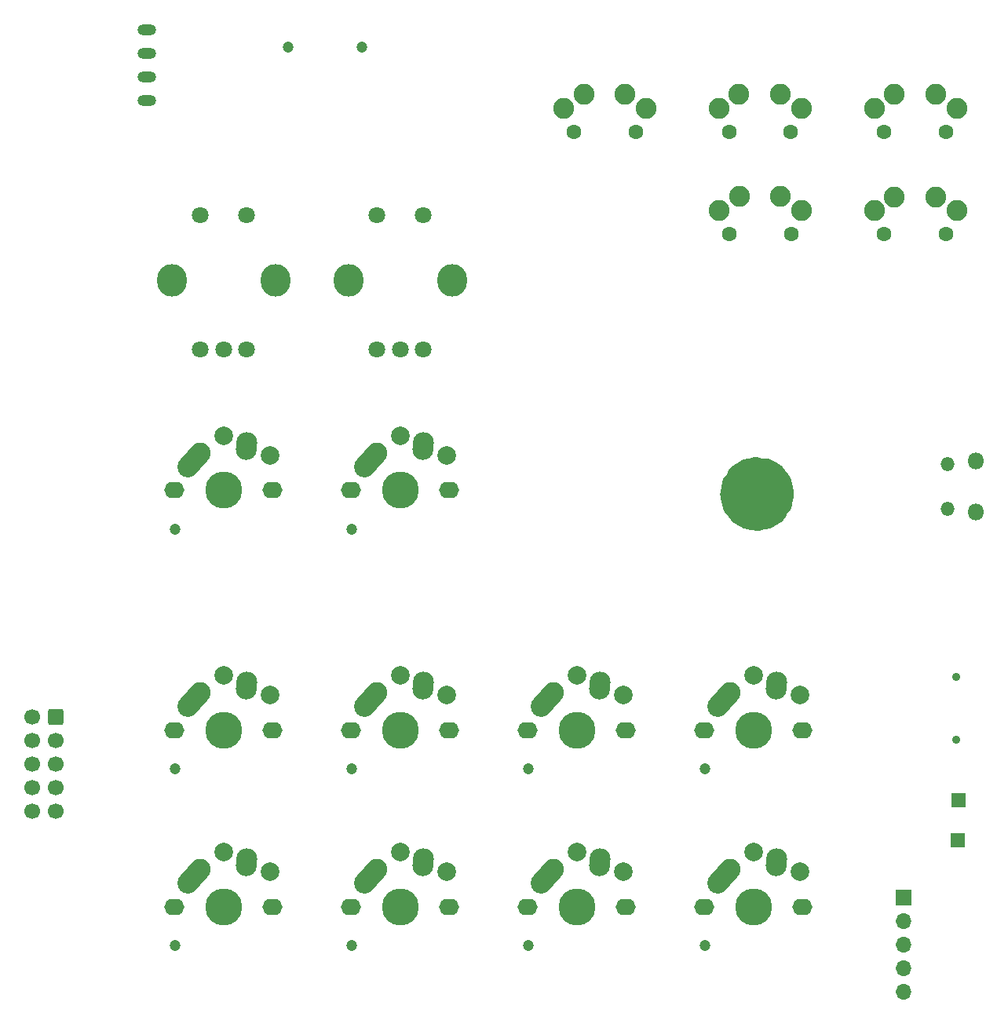
<source format=gbr>
%TF.GenerationSoftware,KiCad,Pcbnew,7.0.2*%
%TF.CreationDate,2023-07-16T23:26:32-06:00*%
%TF.ProjectId,dc31,64633331-2e6b-4696-9361-645f70636258,rev?*%
%TF.SameCoordinates,Original*%
%TF.FileFunction,Soldermask,Bot*%
%TF.FilePolarity,Negative*%
%FSLAX46Y46*%
G04 Gerber Fmt 4.6, Leading zero omitted, Abs format (unit mm)*
G04 Created by KiCad (PCBNEW 7.0.2) date 2023-07-16 23:26:32*
%MOMM*%
%LPD*%
G01*
G04 APERTURE LIST*
G04 Aperture macros list*
%AMRoundRect*
0 Rectangle with rounded corners*
0 $1 Rounding radius*
0 $2 $3 $4 $5 $6 $7 $8 $9 X,Y pos of 4 corners*
0 Add a 4 corners polygon primitive as box body*
4,1,4,$2,$3,$4,$5,$6,$7,$8,$9,$2,$3,0*
0 Add four circle primitives for the rounded corners*
1,1,$1+$1,$2,$3*
1,1,$1+$1,$4,$5*
1,1,$1+$1,$6,$7*
1,1,$1+$1,$8,$9*
0 Add four rect primitives between the rounded corners*
20,1,$1+$1,$2,$3,$4,$5,0*
20,1,$1+$1,$4,$5,$6,$7,0*
20,1,$1+$1,$6,$7,$8,$9,0*
20,1,$1+$1,$8,$9,$2,$3,0*%
%AMHorizOval*
0 Thick line with rounded ends*
0 $1 width*
0 $2 $3 position (X,Y) of the first rounded end (center of the circle)*
0 $4 $5 position (X,Y) of the second rounded end (center of the circle)*
0 Add line between two ends*
20,1,$1,$2,$3,$4,$5,0*
0 Add two circle primitives to create the rounded ends*
1,1,$1,$2,$3*
1,1,$1,$4,$5*%
G04 Aperture macros list end*
%ADD10C,3.991874*%
%ADD11O,1.700000X1.700000*%
%ADD12R,1.700000X1.700000*%
%ADD13C,1.800000*%
%ADD14O,3.200000X3.500000*%
%ADD15O,2.150000X1.750000*%
%ADD16C,1.200000*%
%ADD17C,3.987800*%
%ADD18HorizOval,2.250000X0.025506X0.374132X-0.025506X-0.374132X0*%
%ADD19C,2.000000*%
%ADD20HorizOval,2.250000X0.654995X0.730004X-0.654995X-0.730004X0*%
%ADD21C,2.250000*%
%ADD22C,1.600000*%
%ADD23C,0.900000*%
%ADD24O,2.000000X1.200000*%
%ADD25O,1.800000X1.800000*%
%ADD26O,1.500000X1.500000*%
%ADD27RoundRect,0.250000X0.600000X0.600000X-0.600000X0.600000X-0.600000X-0.600000X0.600000X-0.600000X0*%
%ADD28C,1.700000*%
%ADD29R,1.500000X1.500000*%
G04 APERTURE END LIST*
D10*
X183250337Y-93624400D02*
G75*
G03*
X183250337Y-93624400I-1995937J0D01*
G01*
D11*
%TO.C,J3*%
X197070000Y-147299600D03*
X197070000Y-144759600D03*
X197070000Y-142219600D03*
X197070000Y-139679600D03*
D12*
X197070000Y-137139600D03*
%TD*%
D13*
%TO.C,SW12*%
X145260000Y-63560000D03*
X140260000Y-63560000D03*
X142760000Y-78060000D03*
X145260000Y-78060000D03*
X140260000Y-78060000D03*
D14*
X148360000Y-70560000D03*
X137160000Y-70560000D03*
%TD*%
%TO.C,SW11*%
X118110000Y-70560000D03*
X129310000Y-70560000D03*
D13*
X121210000Y-78060000D03*
X126210000Y-78060000D03*
X123710000Y-78060000D03*
X121210000Y-63560000D03*
X126210000Y-63560000D03*
%TD*%
D15*
%TO.C,SW1*%
X118430000Y-119080000D03*
D16*
X118490000Y-123280000D03*
D17*
X123710000Y-119080000D03*
D15*
X128990000Y-119080000D03*
D18*
X126220000Y-114330000D03*
D19*
X128710000Y-115280000D03*
D20*
X120554995Y-115809996D03*
D21*
X121210000Y-115080000D03*
D19*
X123710000Y-113180000D03*
%TD*%
D15*
%TO.C,SW8*%
X175580000Y-138130000D03*
D16*
X175640000Y-142330000D03*
D17*
X180860000Y-138130000D03*
D15*
X186140000Y-138130000D03*
D18*
X183370000Y-133380000D03*
D19*
X185860000Y-134330000D03*
D20*
X177704995Y-134859996D03*
D21*
X178360000Y-134130000D03*
D19*
X180860000Y-132230000D03*
%TD*%
D15*
%TO.C,SW7*%
X156530000Y-138130000D03*
D16*
X156590000Y-142330000D03*
D17*
X161810000Y-138130000D03*
D15*
X167090000Y-138130000D03*
D18*
X164320000Y-133380000D03*
D19*
X166810000Y-134330000D03*
D20*
X158654995Y-134859996D03*
D21*
X159310000Y-134130000D03*
D19*
X161810000Y-132230000D03*
%TD*%
D15*
%TO.C,SW3*%
X156530000Y-119080000D03*
D16*
X156590000Y-123280000D03*
D17*
X161810000Y-119080000D03*
D15*
X167090000Y-119080000D03*
D18*
X164320000Y-114330000D03*
D19*
X166810000Y-115280000D03*
D20*
X158654995Y-115809996D03*
D21*
X159310000Y-115080000D03*
D19*
X161810000Y-113180000D03*
%TD*%
D15*
%TO.C,SW2*%
X137480000Y-119080000D03*
D16*
X137540000Y-123280000D03*
D17*
X142760000Y-119080000D03*
D15*
X148040000Y-119080000D03*
D18*
X145270000Y-114330000D03*
D19*
X147760000Y-115280000D03*
D20*
X139604995Y-115809996D03*
D21*
X140260000Y-115080000D03*
D19*
X142760000Y-113180000D03*
%TD*%
D15*
%TO.C,SW5*%
X118430000Y-138130000D03*
D16*
X118490000Y-142330000D03*
D17*
X123710000Y-138130000D03*
D15*
X128990000Y-138130000D03*
D18*
X126220000Y-133380000D03*
D19*
X128710000Y-134330000D03*
D20*
X120554995Y-134859996D03*
D21*
X121210000Y-134130000D03*
D19*
X123710000Y-132230000D03*
%TD*%
D15*
%TO.C,SW9*%
X118430000Y-93240000D03*
D16*
X118490000Y-97440000D03*
D17*
X123710000Y-93240000D03*
D15*
X128990000Y-93240000D03*
D18*
X126220000Y-88490000D03*
D19*
X128710000Y-89440000D03*
D20*
X120554995Y-89969996D03*
D21*
X121210000Y-89240000D03*
D19*
X123710000Y-87340000D03*
%TD*%
D15*
%TO.C,SW4*%
X175580000Y-119080000D03*
D16*
X175640000Y-123280000D03*
D17*
X180860000Y-119080000D03*
D15*
X186140000Y-119080000D03*
D18*
X183370000Y-114330000D03*
D19*
X185860000Y-115280000D03*
D20*
X177704995Y-115809996D03*
D21*
X178360000Y-115080000D03*
D19*
X180860000Y-113180000D03*
%TD*%
D15*
%TO.C,SW6*%
X137480000Y-138130000D03*
D16*
X137540000Y-142330000D03*
D17*
X142760000Y-138130000D03*
D15*
X148040000Y-138130000D03*
D18*
X145270000Y-133380000D03*
D19*
X147760000Y-134330000D03*
D20*
X139604995Y-134859996D03*
D21*
X140260000Y-134130000D03*
D19*
X142760000Y-132230000D03*
%TD*%
D15*
%TO.C,SW10*%
X137480000Y-93240000D03*
D16*
X137540000Y-97440000D03*
D17*
X142760000Y-93240000D03*
D15*
X148040000Y-93240000D03*
D18*
X145270000Y-88490000D03*
D19*
X147760000Y-89440000D03*
D20*
X139604995Y-89969996D03*
D21*
X140260000Y-89240000D03*
D19*
X142760000Y-87340000D03*
%TD*%
D22*
%TO.C,J6*%
X178235895Y-65630000D03*
X184915895Y-65630000D03*
D21*
X177175895Y-63080000D03*
X186075895Y-63080000D03*
X179325895Y-61580000D03*
X183775895Y-61580000D03*
%TD*%
D22*
%TO.C,J2*%
X194970000Y-65640000D03*
X201650000Y-65640000D03*
D21*
X193910000Y-63090000D03*
X202810000Y-63090000D03*
X196060000Y-61590000D03*
X200510000Y-61590000D03*
%TD*%
D22*
%TO.C,J8*%
X161481790Y-54620000D03*
X168161790Y-54620000D03*
D21*
X160421790Y-52070000D03*
X169321790Y-52070000D03*
X162571790Y-50570000D03*
X167021790Y-50570000D03*
%TD*%
D22*
%TO.C,J5*%
X178225895Y-54620000D03*
X184905895Y-54620000D03*
D21*
X177165895Y-52070000D03*
X186065895Y-52070000D03*
X179315895Y-50570000D03*
X183765895Y-50570000D03*
%TD*%
D22*
%TO.C,J4*%
X194970000Y-54620000D03*
X201650000Y-54620000D03*
D21*
X193910000Y-52070000D03*
X202810000Y-52070000D03*
X196060000Y-50570000D03*
X200510000Y-50570000D03*
%TD*%
D23*
%TO.C,SW14*%
X202735000Y-120170000D03*
X202735000Y-113370000D03*
%TD*%
D16*
%TO.C,J9*%
X138670000Y-45420000D03*
X130690000Y-45420000D03*
%TD*%
D24*
%TO.C,J1*%
X115480000Y-51190000D03*
X115480000Y-48650000D03*
X115480000Y-46110000D03*
X115480000Y-43570000D03*
%TD*%
D25*
%TO.C,U1*%
X204870000Y-95535000D03*
D26*
X201840000Y-95235000D03*
X201840000Y-90385000D03*
D25*
X204870000Y-90085000D03*
%TD*%
D27*
%TO.C,J7*%
X105587800Y-117703600D03*
D28*
X103047800Y-117703600D03*
X105587800Y-120243600D03*
X103047800Y-120243600D03*
X105587800Y-122783600D03*
X103047800Y-122783600D03*
X105587800Y-125323600D03*
X103047800Y-125323600D03*
X105587800Y-127863600D03*
X103047800Y-127863600D03*
%TD*%
D29*
%TO.C,TP2*%
X202950000Y-126680000D03*
%TD*%
%TO.C,TP3*%
X202890000Y-130970000D03*
%TD*%
M02*

</source>
